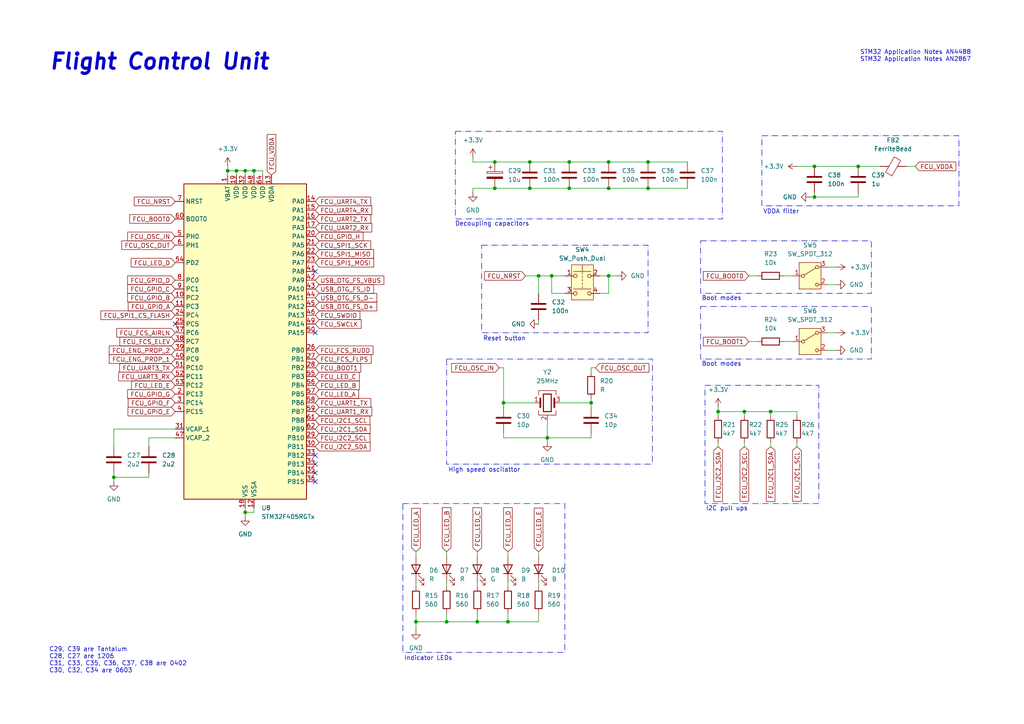
<source format=kicad_sch>
(kicad_sch (version 20250114) (generator "eeschema") (generator_version "9.0")
  (paper "A4")
  (lib_symbols
    (symbol "Device:C" (pin_numbers (hide yes)) (pin_names (offset 0.254))
      (property "Reference" "C" (at 0.635 2.54 0))
      (property "Value" "C" (at 0.635 -2.54 0))
      (symbol "C_0_1"
        (polyline (pts (xy -2.032 0.762) (xy 2.032 0.762)) (stroke (width 0.508)))
        (polyline (pts (xy -2.032 -0.762) (xy 2.032 -0.762)) (stroke (width 0.508)))
      )
      (symbol "C_1_1"
        (pin passive line (at 0 3.81 270) (length 2.794) (name "~") (number "1"))
        (pin passive line (at 0 -3.81 90) (length 2.794) (name "~") (number "2"))
      )
    )
    (symbol "Device:C_Polarized" (pin_numbers (hide yes)) (pin_names (offset 0.254))
      (property "Reference" "C" (at 0.635 2.54 0))
      (property "Value" "C_Polarized" (at 0.635 -2.54 0))
      (symbol "C_Polarized_0_1"
        (rectangle (start -2.286 0.508) (end 2.286 1.016))
        (polyline (pts (xy -1.778 2.286) (xy -0.762 2.286)))
        (polyline (pts (xy -1.27 2.794) (xy -1.27 1.778)))
        (rectangle (start 2.286 -0.508) (end -2.286 -1.016) (fill (type outline)))
      )
      (symbol "C_Polarized_1_1"
        (pin passive line (at 0 3.81 270) (length 2.794) (name "~") (number "1"))
        (pin passive line (at 0 -3.81 90) (length 2.794) (name "~") (number "2"))
      )
    )
    (symbol "Device:Crystal_GND24" (pin_names (offset 1.016) (hide yes))
      (property "Reference" "Y" (at 3.175 5.08 0))
      (property "Value" "Crystal_GND24" (at 3.175 3.175 0))
      (symbol "Crystal_GND24_0_1"
        (polyline (pts (xy -2.54 2.286) (xy -2.54 3.556) (xy 2.54 3.556) (xy 2.54 2.286)))
        (polyline (pts (xy -2.54 0) (xy -2.032 0)))
        (polyline (pts (xy -2.54 -2.286) (xy -2.54 -3.556) (xy 2.54 -3.556) (xy 2.54 -2.286)))
        (polyline (pts (xy -2.032 -1.27) (xy -2.032 1.27)) (stroke (width 0.508)))
        (rectangle (start -1.143 2.54) (end 1.143 -2.54) (stroke (width 0.3048)))
        (polyline (pts (xy 0 -3.81) (xy 0 -3.556)))
        (polyline (pts (xy 2.032 0) (xy 2.54 0)))
        (polyline (pts (xy 2.032 -1.27) (xy 2.032 1.27)) (stroke (width 0.508)))
      )
      (symbol "Crystal_GND24_1_1"
        (pin passive line (at -3.81 0 0) (length 1.27) (name "1") (number "1"))
        (pin passive line (at 0 -5.08 90) (length 1.27) (name "G") (number "2"))
        (pin passive line (at 0 -5.08 90) (length 1.27) (hide yes) (name "G") (number "4"))
        (pin passive line (at 3.81 0 180) (length 1.27) (name "3") (number "3"))
      )
    )
    (symbol "Device:FerriteBead" (pin_numbers (hide yes)) (pin_names (offset 0))
      (property "Reference" "FB" (at -3.81 0.635 90))
      (property "Value" "FerriteBead" (at 3.81 0 90))
      (symbol "FerriteBead_0_1"
        (polyline (pts (xy -2.7686 0.4064) (xy -1.7018 2.2606) (xy 2.7686 -0.3048) (xy 1.6764 -2.159) (xy -2.7686 0.4064)))
        (polyline (pts (xy 0 1.27) (xy 0 1.2954)))
        (polyline (pts (xy 0 -1.27) (xy 0 -1.2192)))
      )
      (symbol "FerriteBead_1_1"
        (pin passive line (at 0 3.81 270) (length 2.54) (name "~") (number "1"))
        (pin passive line (at 0 -3.81 90) (length 2.54) (name "~") (number "2"))
      )
    )
    (symbol "Device:LED" (pin_numbers (hide yes)) (pin_names (offset 1.016) (hide yes))
      (property "Reference" "D" (at 0 2.54 0))
      (property "Value" "LED" (at 0 -2.54 0))
      (symbol "LED_0_1"
        (polyline (pts (xy -3.048 -0.762) (xy -4.572 -2.286) (xy -3.81 -2.286) (xy -4.572 -2.286) (xy -4.572 -1.524)))
        (polyline (pts (xy -1.778 -0.762) (xy -3.302 -2.286) (xy -2.54 -2.286) (xy -3.302 -2.286) (xy -3.302 -1.524)))
        (polyline (pts (xy -1.27 0) (xy 1.27 0)))
        (polyline (pts (xy -1.27 -1.27) (xy -1.27 1.27)) (stroke (width 0.254)))
        (polyline (pts (xy 1.27 -1.27) (xy 1.27 1.27) (xy -1.27 0) (xy 1.27 -1.27)) (stroke (width 0.254)))
      )
      (symbol "LED_1_1"
        (pin passive line (at -3.81 0 0) (length 2.54) (name "K") (number "1"))
        (pin passive line (at 3.81 0 180) (length 2.54) (name "A") (number "2"))
      )
    )
    (symbol "Device:R" (pin_numbers (hide yes)) (pin_names (offset 0))
      (property "Reference" "R" (at 2.032 0 90))
      (property "Value" "R" (at 0 0 90))
      (symbol "R_0_1"
        (rectangle (start -1.016 -2.54) (end 1.016 2.54) (stroke (width 0.254)))
      )
      (symbol "R_1_1"
        (pin passive line (at 0 3.81 270) (length 1.27) (name "~") (number "1"))
        (pin passive line (at 0 -3.81 90) (length 1.27) (name "~") (number "2"))
      )
    )
    (symbol "MCU_ST_STM32F4:STM32F405RGTx"
      (property "Reference" "U" (at -17.78 46.99 0))
      (property "Value" "STM32F405RGTx" (at 10.16 46.99 0))
      (symbol "STM32F405RGTx_0_1"
        (rectangle (start -17.78 -45.72) (end 17.78 45.72) (stroke (width 0.254)) (fill (type background)))
      )
      (symbol "STM32F405RGTx_1_1"
        (pin input line (at -20.32 40.64 0) (length 2.54) (name "NRST") (number "7"))
        (pin input line (at -20.32 35.56 0) (length 2.54) (name "BOOT0") (number "60"))
        (pin bidirectional line (at -20.32 30.48 0) (length 2.54) (name "PH0") (number "5"))
        (pin bidirectional line (at -20.32 27.94 0) (length 2.54) (name "PH1") (number "6"))
        (pin bidirectional line (at -20.32 22.86 0) (length 2.54) (name "PD2") (number "54"))
        (pin bidirectional line (at -20.32 17.78 0) (length 2.54) (name "PC0") (number "8"))
        (pin bidirectional line (at -20.32 15.24 0) (length 2.54) (name "PC1") (number "9"))
        (pin bidirectional line (at -20.32 12.7 0) (length 2.54) (name "PC2") (number "10"))
        (pin bidirectional line (at -20.32 10.16 0) (length 2.54) (name "PC3") (number "11"))
        (pin bidirectional line (at -20.32 7.62 0) (length 2.54) (name "PC4") (number "24"))
        (pin bidirectional line (at -20.32 5.08 0) (length 2.54) (name "PC5") (number "25"))
        (pin bidirectional line (at -20.32 2.54 0) (length 2.54) (name "PC6") (number "37"))
        (pin bidirectional line (at -20.32 0 0) (length 2.54) (name "PC7") (number "38"))
        (pin bidirectional line (at -20.32 -2.54 0) (length 2.54) (name "PC8") (number "39"))
        (pin bidirectional line (at -20.32 -5.08 0) (length 2.54) (name "PC9") (number "40"))
        (pin bidirectional line (at -20.32 -7.62 0) (length 2.54) (name "PC10") (number "51"))
        (pin bidirectional line (at -20.32 -10.16 0) (length 2.54) (name "PC11") (number "52"))
        (pin bidirectional line (at -20.32 -12.7 0) (length 2.54) (name "PC12") (number "53"))
        (pin bidirectional line (at -20.32 -15.24 0) (length 2.54) (name "PC13") (number "2"))
        (pin bidirectional line (at -20.32 -17.78 0) (length 2.54) (name "PC14") (number "3"))
        (pin bidirectional line (at -20.32 -20.32 0) (length 2.54) (name "PC15") (number "4"))
        (pin power_out line (at -20.32 -25.4 0) (length 2.54) (name "VCAP_1") (number "31"))
        (pin power_out line (at -20.32 -27.94 0) (length 2.54) (name "VCAP_2") (number "47"))
        (pin power_in line (at -5.08 48.26 270) (length 2.54) (name "VBAT") (number "1"))
        (pin power_in line (at -2.54 48.26 270) (length 2.54) (name "VDD") (number "19"))
        (pin power_in line (at 0 48.26 270) (length 2.54) (name "VDD") (number "32"))
        (pin power_in line (at 0 -48.26 90) (length 2.54) (name "VSS") (number "18"))
        (pin passive line (at 0 -48.26 90) (length 2.54) (hide yes) (name "VSS") (number "63"))
        (pin power_in line (at 2.54 48.26 270) (length 2.54) (name "VDD") (number "48"))
        (pin power_in line (at 2.54 -48.26 90) (length 2.54) (name "VSSA") (number "12"))
        (pin power_in line (at 5.08 48.26 270) (length 2.54) (name "VDD") (number "64"))
        (pin power_in line (at 7.62 48.26 270) (length 2.54) (name "VDDA") (number "13"))
        (pin bidirectional line (at 20.32 40.64 180) (length 2.54) (name "PA0") (number "14"))
        (pin bidirectional line (at 20.32 38.1 180) (length 2.54) (name "PA1") (number "15"))
        (pin bidirectional line (at 20.32 35.56 180) (length 2.54) (name "PA2") (number "16"))
        (pin bidirectional line (at 20.32 33.02 180) (length 2.54) (name "PA3") (number "17"))
        (pin bidirectional line (at 20.32 30.48 180) (length 2.54) (name "PA4") (number "20"))
        (pin bidirectional line (at 20.32 27.94 180) (length 2.54) (name "PA5") (number "21"))
        (pin bidirectional line (at 20.32 25.4 180) (length 2.54) (name "PA6") (number "22"))
        (pin bidirectional line (at 20.32 22.86 180) (length 2.54) (name "PA7") (number "23"))
        (pin bidirectional line (at 20.32 20.32 180) (length 2.54) (name "PA8") (number "41"))
        (pin bidirectional line (at 20.32 17.78 180) (length 2.54) (name "PA9") (number "42"))
        (pin bidirectional line (at 20.32 15.24 180) (length 2.54) (name "PA10") (number "43"))
        (pin bidirectional line (at 20.32 12.7 180) (length 2.54) (name "PA11") (number "44"))
        (pin bidirectional line (at 20.32 10.16 180) (length 2.54) (name "PA12") (number "45"))
        (pin bidirectional line (at 20.32 7.62 180) (length 2.54) (name "PA13") (number "46"))
        (pin bidirectional line (at 20.32 5.08 180) (length 2.54) (name "PA14") (number "49"))
        (pin bidirectional line (at 20.32 2.54 180) (length 2.54) (name "PA15") (number "50"))
        (pin bidirectional line (at 20.32 -2.54 180) (length 2.54) (name "PB0") (number "26"))
        (pin bidirectional line (at 20.32 -5.08 180) (length 2.54) (name "PB1") (number "27"))
        (pin bidirectional line (at 20.32 -7.62 180) (length 2.54) (name "PB2") (number "28"))
        (pin bidirectional line (at 20.32 -10.16 180) (length 2.54) (name "PB3") (number "55"))
        (pin bidirectional line (at 20.32 -12.7 180) (length 2.54) (name "PB4") (number "56"))
        (pin bidirectional line (at 20.32 -15.24 180) (length 2.54) (name "PB5") (number "57"))
        (pin bidirectional line (at 20.32 -17.78 180) (length 2.54) (name "PB6") (number "58"))
        (pin bidirectional line (at 20.32 -20.32 180) (length 2.54) (name "PB7") (number "59"))
        (pin bidirectional line (at 20.32 -22.86 180) (length 2.54) (name "PB8") (number "61"))
        (pin bidirectional line (at 20.32 -25.4 180) (length 2.54) (name "PB9") (number "62"))
        (pin bidirectional line (at 20.32 -27.94 180) (length 2.54) (name "PB10") (number "29"))
        (pin bidirectional line (at 20.32 -30.48 180) (length 2.54) (name "PB11") (number "30"))
        (pin bidirectional line (at 20.32 -33.02 180) (length 2.54) (name "PB12") (number "33"))
        (pin bidirectional line (at 20.32 -35.56 180) (length 2.54) (name "PB13") (number "34"))
        (pin bidirectional line (at 20.32 -38.1 180) (length 2.54) (name "PB14") (number "35"))
        (pin bidirectional line (at 20.32 -40.64 180) (length 2.54) (name "PB15") (number "36"))
      )
    )
    (symbol "Switch:SW_Push_Dual" (pin_names (offset 1.016) (hide yes))
      (property "Reference" "SW" (at 0 7.62 0))
      (property "Value" "SW_Push_Dual" (at 0 -6.35 0))
      (symbol "SW_Push_Dual_0_1"
        (circle (center -2.032 2.54) (radius 0.508))
        (circle (center -2.032 -2.54) (radius 0.508))
        (polyline (pts (xy 0 3.81) (xy 0 5.588)))
        (polyline (pts (xy 0 3.048) (xy 0 3.556)))
        (polyline (pts (xy 0 2.032) (xy 0 2.54)))
        (polyline (pts (xy 0 1.016) (xy 0 1.524)))
        (polyline (pts (xy 0 0.508) (xy 0 0)))
        (polyline (pts (xy 0 -0.508) (xy 0 -1.016)))
        (circle (center 2.032 2.54) (radius 0.508))
        (circle (center 2.032 -2.54) (radius 0.508))
        (polyline (pts (xy 2.54 3.81) (xy -2.54 3.81)))
        (polyline (pts (xy 2.54 -1.27) (xy -2.54 -1.27)))
        (pin passive line (at -5.08 2.54 0) (length 2.54) (name "1") (number "1"))
        (pin passive line (at -5.08 -2.54 0) (length 2.54) (name "3") (number "3"))
        (pin passive line (at 5.08 2.54 180) (length 2.54) (name "2") (number "2"))
        (pin passive line (at 5.08 -2.54 180) (length 2.54) (name "4") (number "4"))
      )
      (symbol "SW_Push_Dual_1_1"
        (rectangle (start -3.175 5.715) (end 3.175 -4.445) (fill (type background)))
      )
    )
    (symbol "Switch:SW_SPDT_312" (pin_names (offset 1) (hide yes))
      (property "Reference" "SW" (at 0 5.08 0))
      (property "Value" "SW_SPDT_312" (at 0 -5.08 0))
      (symbol "SW_SPDT_312_0_1"
        (circle (center -2.032 0) (radius 0.4572))
        (polyline (pts (xy -1.651 0.254) (xy 1.651 2.286)))
        (circle (center 2.032 2.54) (radius 0.4572))
        (circle (center 2.032 -2.54) (radius 0.4572))
      )
      (symbol "SW_SPDT_312_1_1"
        (rectangle (start -3.175 3.81) (end 3.175 -3.81) (fill (type background)))
        (pin passive line (at -5.08 0 0) (length 2.54) (name "B") (number "1"))
        (pin passive line (at 5.08 2.54 180) (length 2.54) (name "A") (number "3"))
        (pin passive line (at 5.08 -2.54 180) (length 2.54) (name "C") (number "2"))
      )
    )
    (symbol "power:+3.3V" (power) (pin_numbers (hide yes)) (pin_names (offset 0) (hide yes))
      (property "Value" "+3.3V" (at 0 3.556 0))
      (symbol "+3.3V_0_1"
        (polyline (pts (xy -0.762 1.27) (xy 0 2.54)))
        (polyline (pts (xy 0 2.54) (xy 0.762 1.27)))
        (polyline (pts (xy 0 0) (xy 0 2.54)))
      )
      (symbol "+3.3V_1_1"
        (pin power_in line (at 0 0 90) (length 0) (name "~") (number "1"))
      )
    )
    (symbol "power:GND" (power) (pin_numbers (hide yes)) (pin_names (offset 0) (hide yes))
      (property "Value" "GND" (at 0 -3.81 0))
      (symbol "GND_0_1"
        (polyline (pts (xy 0 0) (xy 0 -1.27) (xy 1.27 -1.27) (xy 0 -2.54) (xy -1.27 -1.27) (xy 0 -1.27)))
      )
      (symbol "GND_1_1"
        (pin power_in line (at 0 0 270) (length 0) (name "~") (number "1"))
      )
    )
  )
  (rectangle (start 203.2 69.85) (end 252.73 85.09) (stroke (width 0) (type dash_dot)))
  (rectangle (start 129.54 104.14) (end 189.23 134.62) (stroke (width 0) (type dash_dot)))
  (rectangle (start 220.98 39.37) (end 278.13 59.69) (stroke (width 0) (type dash_dot)))
  (rectangle (start 116.84 146.05) (end 163.83 189.23) (stroke (width 0) (type dash_dot)))
  (rectangle (start 204.47 111.76) (end 237.49 146.05) (stroke (width 0) (type dash_dot)))
  (rectangle (start 139.7 71.12) (end 187.96 96.52) (stroke (width 0) (type dash_dot)))
  (rectangle (start 203.2 88.9) (end 252.73 104.14) (stroke (width 0) (type dash_dot)))
  (rectangle (start 132.08 38.1) (end 209.55 63.5) (stroke (width 0) (type dash_dot)))
  (text "High speed oscilattor" (at 140.462 136.398 0) (effects (font (size 1.27 1.27))))
  (text "VDDA filter" (at 226.568 61.468 0) (effects (font (size 1.27 1.27))))
  (text "Flight Control Unit" (at 46.228 18.034 0) (effects (font (size 4.445 4.445) (thickness 0.889) (bold yes) (italic yes))))
  (text "Boot modes" (at 209.296 86.614 0) (effects (font (size 1.27 1.27))))
  (text "Indicator LEDs" (at 124.206 191.008 0) (effects (font (size 1.27 1.27))))
  (text "Reset button" (at 146.304 98.298 0) (effects (font (size 1.27 1.27))))
  (text "STM32 Application Notes AN4488\nSTM32 Application Notes AN2867" (at 249.428 16.256 0) (effects (font (size 1.27 1.27)) (justify left)))
  (text "Boot modes" (at 209.296 105.664 0) (effects (font (size 1.27 1.27))))
  (text "Decoupling capacitors" (at 142.748 65.024 0) (effects (font (size 1.27 1.27))))
  (text "I2C pull ups" (at 210.82 147.574 0) (effects (font (size 1.27 1.27))))
  (text "C29, C39 are Tantalum\nC28, C27 are 1206\nC31, C33, C35, C36, C37, C38 are 0402\nC30, C32, C34 are 0603" (at 14.224 191.516 0) (effects (font (size 1.27 1.27)) (justify left)))
  (junction (at 153.67 46.99))
  (junction (at 120.65 180.34))
  (junction (at 171.45 116.84))
  (junction (at 208.28 119.38))
  (junction (at 147.32 180.34))
  (junction (at 33.02 138.43))
  (junction (at 129.54 180.34))
  (junction (at 71.12 49.53))
  (junction (at 71.12 148.59))
  (junction (at 158.75 127))
  (junction (at 66.04 49.53))
  (junction (at 223.52 119.38))
  (junction (at 165.1 54.61))
  (junction (at 153.67 54.61))
  (junction (at 138.43 180.34))
  (junction (at 176.53 54.61))
  (junction (at 176.53 46.99))
  (junction (at 215.9 119.38))
  (junction (at 187.96 54.61))
  (junction (at 143.51 46.99))
  (junction (at 236.22 48.26))
  (junction (at 176.53 80.01))
  (junction (at 248.92 48.26))
  (junction (at 143.51 54.61))
  (junction (at 160.02 80.01))
  (junction (at 73.66 49.53))
  (junction (at 187.96 46.99))
  (junction (at 156.21 80.01))
  (junction (at 165.1 46.99))
  (junction (at 146.05 116.84))
  (junction (at 236.22 57.15))
  (junction (at 68.58 49.53))
  (no_connect (at 91.44 137.16))
  (no_connect (at 50.8 93.98))
  (no_connect (at 91.44 134.62))
  (no_connect (at 91.44 132.08))
  (no_connect (at 91.44 139.7))
  (no_connect (at 91.44 96.52))
  (no_connect (at 91.44 78.74))
  (wire (pts (xy 66.04 49.53) (xy 68.58 49.53)))
  (wire (pts (xy 33.02 137.16) (xy 33.02 138.43)))
  (wire (pts (xy 158.75 127) (xy 158.75 128.27)))
  (wire (pts (xy 208.28 119.38) (xy 215.9 119.38)))
  (wire (pts (xy 236.22 48.26) (xy 248.92 48.26)))
  (wire (pts (xy 76.2 49.53) (xy 76.2 50.8)))
  (wire (pts (xy 73.66 49.53) (xy 76.2 49.53)))
  (wire (pts (xy 231.14 119.38) (xy 231.14 120.65)))
  (wire (pts (xy 120.65 168.91) (xy 120.65 170.18)))
  (wire (pts (xy 68.58 49.53) (xy 68.58 50.8)))
  (wire (pts (xy 50.8 124.46) (xy 33.02 124.46)))
  (wire (pts (xy 120.65 180.34) (xy 120.65 182.88)))
  (wire (pts (xy 129.54 180.34) (xy 138.43 180.34)))
  (wire (pts (xy 158.75 121.92) (xy 158.75 127)))
  (wire (pts (xy 162.56 116.84) (xy 171.45 116.84)))
  (wire (pts (xy 120.65 177.8) (xy 120.65 180.34)))
  (wire (pts (xy 138.43 160.02) (xy 138.43 161.29)))
  (wire (pts (xy 147.32 180.34) (xy 138.43 180.34)))
  (wire (pts (xy 129.54 180.34) (xy 129.54 177.8)))
  (wire (pts (xy 147.32 177.8) (xy 147.32 180.34)))
  (wire (pts (xy 223.52 119.38) (xy 223.52 120.65)))
  (wire (pts (xy 160.02 85.09) (xy 160.02 80.01)))
  (wire (pts (xy 165.1 54.61) (xy 176.53 54.61)))
  (wire (pts (xy 146.05 127) (xy 158.75 127)))
  (wire (pts (xy 187.96 46.99) (xy 199.39 46.99)))
  (wire (pts (xy 223.52 119.38) (xy 231.14 119.38)))
  (wire (pts (xy 137.16 55.88) (xy 137.16 54.61)))
  (wire (pts (xy 231.14 48.26) (xy 236.22 48.26)))
  (wire (pts (xy 137.16 54.61) (xy 143.51 54.61)))
  (wire (pts (xy 236.22 57.15) (xy 236.22 55.88)))
  (wire (pts (xy 172.72 106.68) (xy 171.45 106.68)))
  (wire (pts (xy 71.12 49.53) (xy 71.12 50.8)))
  (wire (pts (xy 215.9 119.38) (xy 215.9 120.65)))
  (wire (pts (xy 146.05 106.68) (xy 146.05 116.84)))
  (wire (pts (xy 146.05 116.84) (xy 146.05 118.11)))
  (wire (pts (xy 156.21 160.02) (xy 156.21 161.29)))
  (wire (pts (xy 165.1 46.99) (xy 176.53 46.99)))
  (wire (pts (xy 176.53 80.01) (xy 179.07 80.01)))
  (wire (pts (xy 171.45 127) (xy 171.45 125.73)))
  (wire (pts (xy 43.18 127) (xy 43.18 129.54)))
  (wire (pts (xy 120.65 160.02) (xy 120.65 161.29)))
  (wire (pts (xy 171.45 115.57) (xy 171.45 116.84)))
  (wire (pts (xy 215.9 128.27) (xy 215.9 129.54)))
  (wire (pts (xy 143.51 54.61) (xy 153.67 54.61)))
  (wire (pts (xy 217.17 99.06) (xy 219.71 99.06)))
  (wire (pts (xy 71.12 49.53) (xy 73.66 49.53)))
  (wire (pts (xy 187.96 54.61) (xy 199.39 54.61)))
  (wire (pts (xy 33.02 138.43) (xy 43.18 138.43)))
  (wire (pts (xy 137.16 45.72) (xy 137.16 46.99)))
  (wire (pts (xy 152.4 80.01) (xy 156.21 80.01)))
  (wire (pts (xy 240.03 82.55) (xy 242.57 82.55)))
  (wire (pts (xy 71.12 148.59) (xy 71.12 149.86)))
  (wire (pts (xy 163.83 85.09) (xy 160.02 85.09)))
  (wire (pts (xy 248.92 48.26) (xy 255.27 48.26)))
  (wire (pts (xy 156.21 80.01) (xy 156.21 85.09)))
  (wire (pts (xy 156.21 80.01) (xy 160.02 80.01)))
  (wire (pts (xy 262.89 48.26) (xy 265.43 48.26)))
  (wire (pts (xy 73.66 148.59) (xy 73.66 147.32)))
  (wire (pts (xy 234.95 57.15) (xy 236.22 57.15)))
  (wire (pts (xy 171.45 106.68) (xy 171.45 107.95)))
  (wire (pts (xy 240.03 96.52) (xy 242.57 96.52)))
  (wire (pts (xy 71.12 148.59) (xy 73.66 148.59)))
  (wire (pts (xy 68.58 49.53) (xy 71.12 49.53)))
  (wire (pts (xy 208.28 118.11) (xy 208.28 119.38)))
  (wire (pts (xy 171.45 116.84) (xy 171.45 118.11)))
  (wire (pts (xy 160.02 80.01) (xy 163.83 80.01)))
  (wire (pts (xy 217.17 80.01) (xy 219.71 80.01)))
  (wire (pts (xy 120.65 180.34) (xy 129.54 180.34)))
  (wire (pts (xy 144.78 106.68) (xy 146.05 106.68)))
  (wire (pts (xy 208.28 128.27) (xy 208.28 129.54)))
  (wire (pts (xy 129.54 168.91) (xy 129.54 170.18)))
  (wire (pts (xy 129.54 160.02) (xy 129.54 161.29)))
  (wire (pts (xy 248.92 57.15) (xy 248.92 55.88)))
  (wire (pts (xy 43.18 138.43) (xy 43.18 137.16)))
  (wire (pts (xy 156.21 168.91) (xy 156.21 170.18)))
  (wire (pts (xy 71.12 147.32) (xy 71.12 148.59)))
  (wire (pts (xy 156.21 180.34) (xy 156.21 177.8)))
  (wire (pts (xy 143.51 46.99) (xy 153.67 46.99)))
  (wire (pts (xy 153.67 46.99) (xy 165.1 46.99)))
  (wire (pts (xy 137.16 46.99) (xy 143.51 46.99)))
  (wire (pts (xy 138.43 177.8) (xy 138.43 180.34)))
  (wire (pts (xy 147.32 160.02) (xy 147.32 161.29)))
  (wire (pts (xy 215.9 119.38) (xy 223.52 119.38)))
  (wire (pts (xy 176.53 54.61) (xy 187.96 54.61)))
  (wire (pts (xy 227.33 80.01) (xy 229.87 80.01)))
  (wire (pts (xy 138.43 168.91) (xy 138.43 170.18)))
  (wire (pts (xy 208.28 119.38) (xy 208.28 120.65)))
  (wire (pts (xy 146.05 127) (xy 146.05 125.73)))
  (wire (pts (xy 176.53 46.99) (xy 187.96 46.99)))
  (wire (pts (xy 231.14 128.27) (xy 231.14 129.54)))
  (wire (pts (xy 66.04 48.26) (xy 66.04 49.53)))
  (wire (pts (xy 176.53 80.01) (xy 176.53 85.09)))
  (wire (pts (xy 236.22 57.15) (xy 248.92 57.15)))
  (wire (pts (xy 146.05 116.84) (xy 154.94 116.84)))
  (wire (pts (xy 173.99 80.01) (xy 176.53 80.01)))
  (wire (pts (xy 223.52 128.27) (xy 223.52 129.54)))
  (wire (pts (xy 227.33 99.06) (xy 229.87 99.06)))
  (wire (pts (xy 33.02 124.46) (xy 33.02 129.54)))
  (wire (pts (xy 73.66 49.53) (xy 73.66 50.8)))
  (wire (pts (xy 153.67 54.61) (xy 165.1 54.61)))
  (wire (pts (xy 156.21 92.71) (xy 156.21 93.98)))
  (wire (pts (xy 66.04 49.53) (xy 66.04 50.8)))
  (wire (pts (xy 147.32 180.34) (xy 156.21 180.34)))
  (wire (pts (xy 240.03 101.6) (xy 242.57 101.6)))
  (wire (pts (xy 240.03 77.47) (xy 242.57 77.47)))
  (wire (pts (xy 50.8 127) (xy 43.18 127)))
  (wire (pts (xy 176.53 85.09) (xy 173.99 85.09)))
  (wire (pts (xy 158.75 127) (xy 171.45 127)))
  (wire (pts (xy 33.02 138.43) (xy 33.02 139.7)))
  (wire (pts (xy 147.32 168.91) (xy 147.32 170.18)))
  (global_label "FCU_UART3_TX" (shape input) (at 50.8 106.68 180) (property "Intersheetrefs" "${INTERSHEET_REFS}" (effects (hide yes))))
  (global_label "FCU_LED_B" (shape input) (at 129.54 160.02 90) (property "Intersheetrefs" "${INTERSHEET_REFS}" (effects (hide yes))))
  (global_label "FCU_UART4_RX" (shape input) (at 91.44 60.96 0) (property "Intersheetrefs" "${INTERSHEET_REFS}" (effects (hide yes))))
  (global_label "FCU_UART2_TX" (shape input) (at 91.44 63.5 0) (property "Intersheetrefs" "${INTERSHEET_REFS}" (effects (hide yes))))
  (global_label "FCU_OSC_IN" (shape input) (at 144.78 106.68 180) (property "Intersheetrefs" "${INTERSHEET_REFS}" (effects (hide yes))))
  (global_label "FCU_BOOT1" (shape input) (at 217.17 99.06 180) (property "Intersheetrefs" "${INTERSHEET_REFS}" (effects (hide yes))))
  (global_label "FCU_OSC_OUT" (shape input) (at 50.8 71.12 180) (property "Intersheetrefs" "${INTERSHEET_REFS}" (effects (hide yes))))
  (global_label "FCU_LED_E" (shape input) (at 50.8 111.76 180) (property "Intersheetrefs" "${INTERSHEET_REFS}" (effects (hide yes))))
  (global_label "FCU_I2C1_SDA" (shape input) (at 91.44 124.46 0) (property "Intersheetrefs" "${INTERSHEET_REFS}" (effects (hide yes))))
  (global_label "FCU_LED_A" (shape input) (at 120.65 160.02 90) (property "Intersheetrefs" "${INTERSHEET_REFS}" (effects (hide yes))))
  (global_label "FCU_SWDIO" (shape input) (at 91.44 91.44 0) (property "Intersheetrefs" "${INTERSHEET_REFS}" (effects (hide yes))))
  (global_label "FCU_LED_C" (shape input) (at 138.43 160.02 90) (property "Intersheetrefs" "${INTERSHEET_REFS}" (effects (hide yes))))
  (global_label "FCU_OSC_IN" (shape input) (at 50.8 68.58 180) (property "Intersheetrefs" "${INTERSHEET_REFS}" (effects (hide yes))))
  (global_label "FCU_VDDA" (shape input) (at 78.74 50.8 90) (property "Intersheetrefs" "${INTERSHEET_REFS}" (effects (hide yes))))
  (global_label "FCU_GPIO_A" (shape input) (at 50.8 88.9 180) (property "Intersheetrefs" "${INTERSHEET_REFS}" (effects (hide yes))))
  (global_label "FCU_OSC_OUT" (shape input) (at 172.72 106.68 0) (property "Intersheetrefs" "${INTERSHEET_REFS}" (effects (hide yes))))
  (global_label "FCU_UART3_RX" (shape input) (at 50.8 109.22 180) (property "Intersheetrefs" "${INTERSHEET_REFS}" (effects (hide yes))))
  (global_label "FCU_ENG_PROP_1" (shape input) (at 50.8 104.14 180) (property "Intersheetrefs" "${INTERSHEET_REFS}" (effects (hide yes))))
  (global_label "FCU_FCS_ELEV" (shape input) (at 50.8 99.06 180) (property "Intersheetrefs" "${INTERSHEET_REFS}" (effects (hide yes))))
  (global_label "FCU_ENG_PROP_2" (shape input) (at 50.8 101.6 180) (property "Intersheetrefs" "${INTERSHEET_REFS}" (effects (hide yes))))
  (global_label "USB_OTG_FS_D-" (shape input) (at 91.44 86.36 0) (property "Intersheetrefs" "${INTERSHEET_REFS}" (effects (hide yes))))
  (global_label "FCU_FCS_FLPS" (shape input) (at 91.44 104.14 0) (property "Intersheetrefs" "${INTERSHEET_REFS}" (effects (hide yes))))
  (global_label "USB_OTG_FS_D+" (shape input) (at 91.44 88.9 0) (property "Intersheetrefs" "${INTERSHEET_REFS}" (effects (hide yes))))
  (global_label "FCU_UART1_RX" (shape input) (at 91.44 119.38 0) (property "Intersheetrefs" "${INTERSHEET_REFS}" (effects (hide yes))))
  (global_label "FCU_NRST" (shape input) (at 50.8 58.42 180) (property "Intersheetrefs" "${INTERSHEET_REFS}" (effects (hide yes))))
  (global_label "FCU_LED_E" (shape input) (at 156.21 160.02 90) (property "Intersheetrefs" "${INTERSHEET_REFS}" (effects (hide yes))))
  (global_label "FCU_FCS_AIRLN" (shape input) (at 50.8 96.52 180) (property "Intersheetrefs" "${INTERSHEET_REFS}" (effects (hide yes))))
  (global_label "FCU_LED_D" (shape input) (at 147.32 160.02 90) (property "Intersheetrefs" "${INTERSHEET_REFS}" (effects (hide yes))))
  (global_label "FCU_LED_B" (shape input) (at 91.44 111.76 0) (property "Intersheetrefs" "${INTERSHEET_REFS}" (effects (hide yes))))
  (global_label "USB_OTG_FS_ID" (shape input) (at 91.44 83.82 0) (property "Intersheetrefs" "${INTERSHEET_REFS}" (effects (hide yes))))
  (global_label "FCU_UART4_TX" (shape input) (at 91.44 58.42 0) (property "Intersheetrefs" "${INTERSHEET_REFS}" (effects (hide yes))))
  (global_label "FCU_UART2_RX" (shape input) (at 91.44 66.04 0) (property "Intersheetrefs" "${INTERSHEET_REFS}" (effects (hide yes))))
  (global_label "FCU_GPIO_H" (shape input) (at 91.44 68.58 0) (property "Intersheetrefs" "${INTERSHEET_REFS}" (effects (hide yes))))
  (global_label "FCU_GPIO_B" (shape input) (at 50.8 86.36 180) (property "Intersheetrefs" "${INTERSHEET_REFS}" (effects (hide yes))))
  (global_label "FCU_LED_C" (shape input) (at 91.44 109.22 0) (property "Intersheetrefs" "${INTERSHEET_REFS}" (effects (hide yes))))
  (global_label "FCU_BOOT0" (shape input) (at 50.8 63.5 180) (property "Intersheetrefs" "${INTERSHEET_REFS}" (effects (hide yes))))
  (global_label "FCU_GPIO_E" (shape input) (at 50.8 119.38 180) (property "Intersheetrefs" "${INTERSHEET_REFS}" (effects (hide yes))))
  (global_label "FCU_I2C2_SDA" (shape input) (at 91.44 129.54 0) (property "Intersheetrefs" "${INTERSHEET_REFS}" (effects (hide yes))))
  (global_label "USB_OTG_FS_VBUS" (shape input) (at 91.44 81.28 0) (property "Intersheetrefs" "${INTERSHEET_REFS}" (effects (hide yes))))
  (global_label "FCU_BOOT0" (shape input) (at 217.17 80.01 180) (property "Intersheetrefs" "${INTERSHEET_REFS}" (effects (hide yes))))
  (global_label "FCU_LED_A" (shape input) (at 91.44 114.3 0) (property "Intersheetrefs" "${INTERSHEET_REFS}" (effects (hide yes))))
  (global_label "FCU_I2C1_SCL" (shape input) (at 91.44 121.92 0) (property "Intersheetrefs" "${INTERSHEET_REFS}" (effects (hide yes))))
  (global_label "FCU_SPI1_MOSI" (shape input) (at 91.44 76.2 0) (property "Intersheetrefs" "${INTERSHEET_REFS}" (effects (hide yes))))
  (global_label "FCU_SPI1_MISO" (shape input) (at 91.44 73.66 0) (property "Intersheetrefs" "${INTERSHEET_REFS}" (effects (hide yes))))
  (global_label "FCU_GPIO_C" (shape input) (at 50.8 83.82 180) (property "Intersheetrefs" "${INTERSHEET_REFS}" (effects (hide yes))))
  (global_label "FCU_GPIO_F" (shape input) (at 50.8 116.84 180) (property "Intersheetrefs" "${INTERSHEET_REFS}" (effects (hide yes))))
  (global_label "FCU_GPIO_D" (shape input) (at 50.8 81.28 180) (property "Intersheetrefs" "${INTERSHEET_REFS}" (effects (hide yes))))
  (global_label "FCU_NRST" (shape input) (at 152.4 80.01 180) (property "Intersheetrefs" "${INTERSHEET_REFS}" (effects (hide yes))))
  (global_label "FCU_I2C2_SCL" (shape input) (at 91.44 127 0) (property "Intersheetrefs" "${INTERSHEET_REFS}" (effects (hide yes))))
  (global_label "FCU_VDDA" (shape input) (at 265.43 48.26 0) (property "Intersheetrefs" "${INTERSHEET_REFS}" (effects (hide yes))))
  (global_label "FCU_FCS_RUDD" (shape input) (at 91.44 101.6 0) (property "Intersheetrefs" "${INTERSHEET_REFS}" (effects (hide yes))))
  (global_label "FCU_I2C1_SDA" (shape input) (at 223.52 129.54 270) (property "Intersheetrefs" "${INTERSHEET_REFS}" (effects (hide yes))))
  (global_label "FCU_I2C2_SDA" (shape input) (at 208.28 129.54 270) (property "Intersheetrefs" "${INTERSHEET_REFS}" (effects (hide yes))))
  (global_label "FCU_SPI1_CS_FLASH" (shape input) (at 50.8 91.44 180) (property "Intersheetrefs" "${INTERSHEET_REFS}" (effects (hide yes))))
  (global_label "FCU_SPI1_SCK" (shape input) (at 91.44 71.12 0) (property "Intersheetrefs" "${INTERSHEET_REFS}" (effects (hide yes))))
  (global_label "FCU_SWCLK" (shape input) (at 91.44 93.98 0) (property "Intersheetrefs" "${INTERSHEET_REFS}" (effects (hide yes))))
  (global_label "FCU_BOOT1" (shape input) (at 91.44 106.68 0) (property "Intersheetrefs" "${INTERSHEET_REFS}" (effects (hide yes))))
  (global_label "FCU_I2C1_SCL" (shape input) (at 231.14 129.54 270) (property "Intersheetrefs" "${INTERSHEET_REFS}" (effects (hide yes))))
  (global_label "FCU_I2C2_SCL" (shape input) (at 215.9 129.54 270) (property "Intersheetrefs" "${INTERSHEET_REFS}" (effects (hide yes))))
  (global_label "FCU_LED_D" (shape input) (at 50.8 76.2 180) (property "Intersheetrefs" "${INTERSHEET_REFS}" (effects (hide yes))))
  (global_label "FCU_GPIO_G" (shape input) (at 50.8 114.3 180) (property "Intersheetrefs" "${INTERSHEET_REFS}" (effects (hide yes))))
  (global_label "FCU_UART1_TX" (shape input) (at 91.44 116.84 0) (property "Intersheetrefs" "${INTERSHEET_REFS}" (effects (hide yes))))
  (symbol (lib_id "Device:LED") (at 156.21 165.1 90) (unit 1)
    (property "Reference" "D10" (at 160.02 165.4174 90) (effects (justify right)))
    (property "Value" "B" (at 160.02 167.9574 90) (effects (justify right)))
    (property "Description" "Light emitting diode" (effects (hide yes)))
    (property "Sim.Pins" "1=K 2=A" (effects (hide yes)))
  )
  (symbol (lib_id "power:GND") (at 71.12 149.86 0) (unit 1)
    (property "Reference" "#PWR051" (effects (hide yes)))
    (property "Value" "GND" (at 71.12 154.94 0))
    (property "Description" "Power symbol creates a global label with name \"GND\" , ground" (effects (hide yes)))
  )
  (symbol (lib_id "Device:R") (at 231.14 124.46 0) (unit 1)
    (property "Reference" "R26" (at 232.41 123.19 0) (effects (justify left)))
    (property "Value" "4k7" (at 232.41 125.73 0) (effects (justify left)))
    (property "Description" "Resistor" (effects (hide yes)))
  )
  (symbol (lib_id "power:+3.3V") (at 137.16 45.72 0) (unit 1)
    (property "Reference" "#PWR053" (effects (hide yes)))
    (property "Value" "+3.3V" (at 137.16 40.64 0))
    (property "Description" "Power symbol creates a global label with name \"+3.3V\"" (effects (hide yes)))
  )
  (symbol (lib_id "Device:LED") (at 138.43 165.1 90) (unit 1)
    (property "Reference" "D8" (at 142.24 165.4174 90) (effects (justify right)))
    (property "Value" "G" (at 142.24 167.9574 90) (effects (justify right)))
    (property "Description" "Light emitting diode" (effects (hide yes)))
    (property "Sim.Pins" "1=K 2=A" (effects (hide yes)))
  )
  (symbol (lib_id "power:GND") (at 234.95 57.15 270) (unit 1)
    (property "Reference" "#PWR060" (effects (hide yes)))
    (property "Value" "GND" (at 231.14 57.1499 90) (effects (justify right)))
    (property "Description" "Power symbol creates a global label with name \"GND\" , ground" (effects (hide yes)))
  )
  (symbol (lib_id "Device:R") (at 120.65 173.99 0) (unit 1)
    (property "Reference" "R15" (at 123.19 172.7199 0) (effects (justify left)))
    (property "Value" "560" (at 123.19 175.2599 0) (effects (justify left)))
    (property "Description" "Resistor" (effects (hide yes)))
  )
  (symbol (lib_id "Device:R") (at 156.21 173.99 0) (unit 1)
    (property "Reference" "R19" (at 158.75 172.7199 0) (effects (justify left)))
    (property "Value" "560" (at 158.75 175.2599 0) (effects (justify left)))
    (property "Description" "Resistor" (effects (hide yes)))
  )
  (symbol (lib_id "power:+3.3V") (at 208.28 118.11 0) (unit 1)
    (property "Reference" "#PWR058" (effects (hide yes)))
    (property "Value" "+3.3V" (at 208.28 113.03 0))
    (property "Description" "Power symbol creates a global label with name \"+3.3V\"" (effects (hide yes)))
  )
  (symbol (lib_id "Device:C") (at 176.53 50.8 0) (unit 1)
    (property "Reference" "C35" (at 180.34 49.5299 0) (effects (justify left)))
    (property "Value" "100n" (at 180.34 52.0699 0) (effects (justify left)))
    (property "Description" "Unpolarized capacitor" (effects (hide yes)))
  )
  (symbol (lib_id "Device:R") (at 147.32 173.99 0) (unit 1)
    (property "Reference" "R18" (at 149.86 172.7199 0) (effects (justify left)))
    (property "Value" "560" (at 149.86 175.2599 0) (effects (justify left)))
    (property "Description" "Resistor" (effects (hide yes)))
  )
  (symbol (lib_id "Device:Crystal_GND24") (at 158.75 116.84 0) (unit 1)
    (property "Reference" "Y2" (at 158.75 107.95 0))
    (property "Value" "25MHz" (at 158.75 110.49 0))
    (property "Description" "Four pin crystal, GND on pins 2 and 4" (effects (hide yes)))
    (property private "KLC_S3.3" "The rectangle is not a symbol body but a graphical element" (effects (hide yes)))
    (property private "KLC_S4.1" "Some pins are on 50mil grid to make the symbol small" (effects (hide yes)))
  )
  (symbol (lib_id "Device:R") (at 223.52 124.46 0) (unit 1)
    (property "Reference" "R25" (at 224.79 123.19 0) (effects (justify left)))
    (property "Value" "4k7" (at 224.79 125.73 0) (effects (justify left)))
    (property "Description" "Resistor" (effects (hide yes)))
  )
  (symbol (lib_id "Device:C") (at 248.92 52.07 0) (unit 1)
    (property "Reference" "C39" (at 252.73 50.7999 0) (effects (justify left)))
    (property "Value" "1u" (at 252.73 53.3399 0) (effects (justify left)))
    (property "Description" "Unpolarized capacitor" (effects (hide yes)))
  )
  (symbol (lib_id "Device:C") (at 153.67 50.8 0) (unit 1)
    (property "Reference" "C31" (at 157.48 49.5299 0) (effects (justify left)))
    (property "Value" "100n" (at 157.48 52.0699 0) (effects (justify left)))
    (property "Description" "Unpolarized capacitor" (effects (hide yes)))
  )
  (symbol (lib_id "Switch:SW_SPDT_312") (at 234.95 99.06 0) (unit 1)
    (property "Reference" "SW6" (at 234.95 90.17 0))
    (property "Value" "SW_SPDT_312" (at 234.95 92.71 0))
    (property "Description" "Switch, single pole double throw" (effects (hide yes)))
  )
  (symbol (lib_id "power:GND") (at 120.65 182.88 0) (unit 1)
    (property "Reference" "#PWR052" (effects (hide yes)))
    (property "Value" "GND" (at 120.65 187.96 0))
    (property "Description" "Power symbol creates a global label with name \"GND\" , ground" (effects (hide yes)))
  )
  (symbol (lib_id "Device:LED") (at 129.54 165.1 90) (unit 1)
    (property "Reference" "D7" (at 133.35 165.4174 90) (effects (justify right)))
    (property "Value" "R" (at 133.35 167.9574 90) (effects (justify right)))
    (property "Description" "Light emitting diode" (effects (hide yes)))
    (property "Sim.Pins" "1=K 2=A" (effects (hide yes)))
  )
  (symbol (lib_id "Switch:SW_Push_Dual") (at 168.91 82.55 0) (unit 1)
    (property "Reference" "SW4" (at 168.91 72.39 0))
    (property "Value" "SW_Push_Dual" (at 168.91 74.93 0))
    (property "Description" "Push button switch, generic, symbol, four pins" (effects (hide yes)))
  )
  (symbol (lib_id "power:+3.3V") (at 242.57 96.52 270) (unit 1)
    (property "Reference" "#PWR063" (effects (hide yes)))
    (property "Value" "+3.3V" (at 246.38 96.5199 90) (effects (justify left)))
    (property "Description" "Power symbol creates a global label with name \"+3.3V\"" (effects (hide yes)))
  )
  (symbol (lib_id "Device:C") (at 236.22 52.07 0) (unit 1)
    (property "Reference" "C38" (at 240.03 50.7999 0) (effects (justify left)))
    (property "Value" "100n" (at 240.03 53.3399 0) (effects (justify left)))
    (property "Description" "Unpolarized capacitor" (effects (hide yes)))
  )
  (symbol (lib_id "power:+3.3V") (at 231.14 48.26 90) (unit 1)
    (property "Reference" "#PWR059" (effects (hide yes)))
    (property "Value" "+3.3V" (at 227.33 48.2599 90) (effects (justify left)))
    (property "Description" "Power symbol creates a global label with name \"+3.3V\"" (effects (hide yes)))
  )
  (symbol (lib_id "Device:R") (at 129.54 173.99 0) (unit 1)
    (property "Reference" "R16" (at 132.08 172.7199 0) (effects (justify left)))
    (property "Value" "560" (at 132.08 175.2599 0) (effects (justify left)))
    (property "Description" "Resistor" (effects (hide yes)))
  )
  (symbol (lib_id "Device:R") (at 215.9 124.46 0) (unit 1)
    (property "Reference" "R22" (at 217.17 123.19 0) (effects (justify left)))
    (property "Value" "4k7" (at 217.17 125.73 0) (effects (justify left)))
    (property "Description" "Resistor" (effects (hide yes)))
  )
  (symbol (lib_id "MCU_ST_STM32F4:STM32F405RGTx") (at 71.12 99.06 0) (unit 1)
    (property "Reference" "U8" (at 75.8033 147.32 0) (effects (justify left)))
    (property "Value" "STM32F405RGTx" (at 75.8033 149.86 0) (effects (justify left)))
    (property "Footprint" "Package_QFP:LQFP-64_10x10mm_P0.5mm" (effects (hide yes)))
    (property "Datasheet" "https://www.st.com/resource/en/datasheet/stm32f405rg.pdf" (effects (hide yes)))
    (property "Description" "STMicroelectronics Arm Cortex-M4 MCU, 1024KB flash, 192KB RAM, 168 MHz, 1.8-3.6V, 51 GPIO, LQFP64" (effects (hide yes)))
  )
  (symbol (lib_id "power:+3.3V") (at 66.04 48.26 0) (unit 1)
    (property "Reference" "#PWR050" (effects (hide yes)))
    (property "Value" "+3.3V" (at 66.04 43.18 0))
    (property "Description" "Power symbol creates a global label with name \"+3.3V\"" (effects (hide yes)))
  )
  (symbol (lib_id "power:GND") (at 137.16 55.88 0) (unit 1)
    (property "Reference" "#PWR054" (effects (hide yes)))
    (property "Value" "GND" (at 137.16 60.96 0))
    (property "Description" "Power symbol creates a global label with name \"GND\" , ground" (effects (hide yes)))
  )
  (symbol (lib_id "Device:R") (at 223.52 80.01 90) (unit 1)
    (property "Reference" "R23" (at 223.52 73.66 90))
    (property "Value" "10k" (at 223.52 76.2 90))
    (property "Description" "Resistor" (effects (hide yes)))
  )
  (symbol (lib_id "Device:C_Polarized") (at 143.51 50.8 0) (unit 1)
    (property "Reference" "C29" (at 147.32 49.53 0) (effects (justify left)))
    (property "Value" "10u" (at 147.32 52.07 0) (effects (justify left)))
    (property "Description" "Polarized capacitor" (effects (hide yes)))
  )
  (symbol (lib_id "power:GND") (at 242.57 101.6 90) (unit 1)
    (property "Reference" "#PWR064" (effects (hide yes)))
    (property "Value" "GND" (at 246.38 101.5999 90) (effects (justify right)))
    (property "Description" "Power symbol creates a global label with name \"GND\" , ground" (effects (hide yes)))
  )
  (symbol (lib_id "Device:LED") (at 147.32 165.1 90) (unit 1)
    (property "Reference" "D9" (at 151.13 165.4174 90) (effects (justify right)))
    (property "Value" "B" (at 151.13 167.9574 90) (effects (justify right)))
    (property "Description" "Light emitting diode" (effects (hide yes)))
    (property "Sim.Pins" "1=K 2=A" (effects (hide yes)))
  )
  (symbol (lib_id "Device:LED") (at 120.65 165.1 90) (unit 1)
    (property "Reference" "D6" (at 124.46 165.4174 90) (effects (justify right)))
    (property "Value" "R" (at 124.46 167.9574 90) (effects (justify right)))
    (property "Description" "Light emitting diode" (effects (hide yes)))
    (property "Sim.Pins" "1=K 2=A" (effects (hide yes)))
  )
  (symbol (lib_id "power:GND") (at 242.57 82.55 90) (unit 1)
    (property "Reference" "#PWR062" (effects (hide yes)))
    (property "Value" "GND" (at 246.38 82.5499 90) (effects (justify right)))
    (property "Description" "Power symbol creates a global label with name \"GND\" , ground" (effects (hide yes)))
  )
  (symbol (lib_id "Device:C") (at 187.96 50.8 0) (unit 1)
    (property "Reference" "C36" (at 191.77 49.5299 0) (effects (justify left)))
    (property "Value" "100n" (at 191.77 52.0699 0) (effects (justify left)))
    (property "Description" "Unpolarized capacitor" (effects (hide yes)))
  )
  (symbol (lib_id "Device:C") (at 43.18 133.35 0) (unit 1)
    (property "Reference" "C28" (at 46.99 132.0799 0) (effects (justify left)))
    (property "Value" "2u2" (at 46.99 134.6199 0) (effects (justify left)))
    (property "Description" "Unpolarized capacitor" (effects (hide yes)))
  )
  (symbol (lib_id "power:GND") (at 156.21 93.98 270) (unit 1)
    (property "Reference" "#PWR055" (effects (hide yes)))
    (property "Value" "GND" (at 152.4 93.9799 90) (effects (justify right)))
    (property "Description" "Power symbol creates a global label with name \"GND\" , ground" (effects (hide yes)))
  )
  (symbol (lib_id "Device:C") (at 171.45 121.92 0) (unit 1)
    (property "Reference" "C34" (at 175.26 120.6499 0) (effects (justify left)))
    (property "Value" "10p" (at 175.26 123.1899 0) (effects (justify left)))
    (property "Description" "Unpolarized capacitor" (effects (hide yes)))
  )
  (symbol (lib_id "power:GND") (at 179.07 80.01 90) (unit 1)
    (property "Reference" "#PWR057" (effects (hide yes)))
    (property "Value" "GND" (at 182.88 80.0099 90) (effects (justify right)))
    (property "Description" "Power symbol creates a global label with name \"GND\" , ground" (effects (hide yes)))
  )
  (symbol (lib_id "Device:R") (at 223.52 99.06 90) (unit 1)
    (property "Reference" "R24" (at 223.52 92.71 90))
    (property "Value" "10k" (at 223.52 95.25 90))
    (property "Description" "Resistor" (effects (hide yes)))
  )
  (symbol (lib_id "Device:FerriteBead") (at 259.08 48.26 90) (unit 1)
    (property "Reference" "FB2" (at 259.0292 40.64 90))
    (property "Value" "FerriteBead" (at 259.0292 43.18 90))
    (property "Description" "Ferrite bead" (effects (hide yes)))
  )
  (symbol (lib_id "Device:R") (at 171.45 111.76 0) (unit 1)
    (property "Reference" "R20" (at 173.99 110.4899 0) (effects (justify left)))
    (property "Value" "R" (at 173.99 113.0299 0) (effects (justify left)))
    (property "Description" "Resistor" (effects (hide yes)))
  )
  (symbol (lib_id "Device:C") (at 156.21 88.9 0) (unit 1)
    (property "Reference" "C32" (at 160.02 87.6299 0) (effects (justify left)))
    (property "Value" "100n" (at 160.02 90.1699 0) (effects (justify left)))
    (property "Description" "Unpolarized capacitor" (effects (hide yes)))
  )
  (symbol (lib_id "Switch:SW_SPDT_312") (at 234.95 80.01 0) (unit 1)
    (property "Reference" "SW5" (at 234.95 71.12 0))
    (property "Value" "SW_SPDT_312" (at 234.95 73.66 0))
    (property "Description" "Switch, single pole double throw" (effects (hide yes)))
  )
  (symbol (lib_id "Device:C") (at 165.1 50.8 0) (unit 1)
    (property "Reference" "C33" (at 168.91 49.5299 0) (effects (justify left)))
    (property "Value" "100n" (at 168.91 52.0699 0) (effects (justify left)))
    (property "Description" "Unpolarized capacitor" (effects (hide yes)))
  )
  (symbol (lib_id "Device:R") (at 138.43 173.99 0) (unit 1)
    (property "Reference" "R17" (at 140.97 172.7199 0) (effects (justify left)))
    (property "Value" "560" (at 140.97 175.2599 0) (effects (justify left)))
    (property "Description" "Resistor" (effects (hide yes)))
  )
  (symbol (lib_id "Device:C") (at 33.02 133.35 0) (unit 1)
    (property "Reference" "C27" (at 36.83 132.0799 0) (effects (justify left)))
    (property "Value" "2u2" (at 36.83 134.6199 0) (effects (justify left)))
    (property "Description" "Unpolarized capacitor" (effects (hide yes)))
  )
  (symbol (lib_id "Device:C") (at 199.39 50.8 0) (unit 1)
    (property "Reference" "C37" (at 203.2 49.5299 0) (effects (justify left)))
    (property "Value" "100n" (at 203.2 52.0699 0) (effects (justify left)))
    (property "Description" "Unpolarized capacitor" (effects (hide yes)))
  )
  (symbol (lib_id "Device:R") (at 208.28 124.46 0) (unit 1)
    (property "Reference" "R21" (at 209.55 123.19 0) (effects (justify left)))
    (property "Value" "4k7" (at 209.55 125.73 0) (effects (justify left)))
    (property "Description" "Resistor" (effects (hide yes)))
  )
  (symbol (lib_id "Device:C") (at 146.05 121.92 0) (unit 1)
    (property "Reference" "C30" (at 149.86 120.6499 0) (effects (justify left)))
    (property "Value" "10p" (at 149.86 123.1899 0) (effects (justify left)))
    (property "Description" "Unpolarized capacitor" (effects (hide yes)))
  )
  (symbol (lib_id "power:+3.3V") (at 242.57 77.47 270) (unit 1)
    (property "Reference" "#PWR061" (effects (hide yes)))
    (property "Value" "+3.3V" (at 246.38 77.4699 90) (effects (justify left)))
    (property "Description" "Power symbol creates a global label with name \"+3.3V\"" (effects (hide yes)))
  )
  (symbol (lib_id "power:GND") (at 33.02 139.7 0) (unit 1)
    (property "Reference" "#PWR049" (effects (hide yes)))
    (property "Value" "GND" (at 33.02 144.78 0))
    (property "Description" "Power symbol creates a global label with name \"GND\" , ground" (effects (hide yes)))
  )
  (symbol (lib_id "power:GND") (at 158.75 128.27 0) (unit 1)
    (property "Reference" "#PWR056" (effects (hide yes)))
    (property "Value" "GND" (at 158.75 133.35 0))
    (property "Description" "Power symbol creates a global label with name \"GND\" , ground" (effects (hide yes)))
  )
)
</source>
